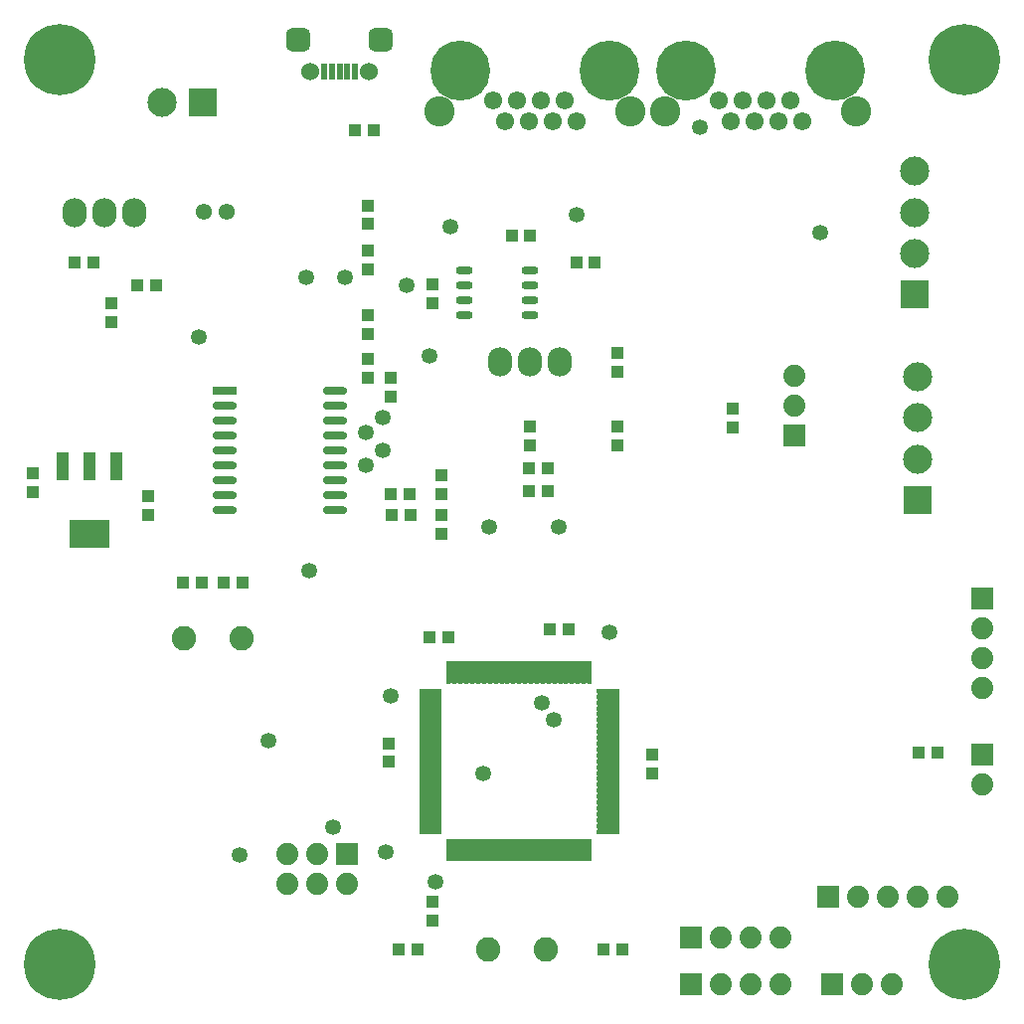
<source format=gts>
G04 Layer_Color=8388736*
%FSLAX25Y25*%
%MOIN*%
G70*
G01*
G75*
%ADD46R,0.48819X0.07449*%
%ADD47R,0.07528X0.48858*%
%ADD48R,0.48898X0.07449*%
%ADD49R,0.07531X0.48819*%
%ADD50R,0.04252X0.03858*%
%ADD51R,0.04055X0.09764*%
%ADD52R,0.13307X0.09764*%
%ADD53R,0.03858X0.04252*%
%ADD54O,0.07402X0.01496*%
%ADD55O,0.01496X0.07402*%
%ADD56O,0.05630X0.02874*%
%ADD57O,0.08189X0.02677*%
%ADD58R,0.08189X0.02677*%
%ADD59R,0.01890X0.05630*%
%ADD60C,0.07402*%
%ADD61R,0.07402X0.07402*%
%ADD62C,0.08189*%
%ADD63R,0.07402X0.07402*%
%ADD64C,0.23937*%
%ADD65O,0.08189X0.09764*%
%ADD66C,0.05433*%
%ADD67C,0.06024*%
G04:AMPARAMS|DCode=68|XSize=81.89mil|YSize=77.95mil|CornerRadius=20.28mil|HoleSize=0mil|Usage=FLASHONLY|Rotation=0.000|XOffset=0mil|YOffset=0mil|HoleType=Round|Shape=RoundedRectangle|*
%AMROUNDEDRECTD68*
21,1,0.08189,0.03740,0,0,0.0*
21,1,0.04134,0.07795,0,0,0.0*
1,1,0.04055,0.02067,-0.01870*
1,1,0.04055,-0.02067,-0.01870*
1,1,0.04055,-0.02067,0.01870*
1,1,0.04055,0.02067,0.01870*
%
%ADD68ROUNDEDRECTD68*%
%ADD69C,0.09764*%
%ADD70R,0.09764X0.09764*%
%ADD71C,0.10157*%
%ADD72C,0.20118*%
%ADD73C,0.06102*%
%ADD74R,0.09764X0.09764*%
%ADD75C,0.05315*%
D46*
X169650Y113449D02*
D03*
D47*
X199465Y83653D02*
D03*
D48*
X169610Y53937D02*
D03*
D49*
X139994Y83713D02*
D03*
D50*
X6693Y180217D02*
D03*
Y173917D02*
D03*
X32972Y237303D02*
D03*
Y231004D02*
D03*
X140748Y30315D02*
D03*
Y36614D02*
D03*
X241142Y195472D02*
D03*
Y201772D02*
D03*
X119095Y233268D02*
D03*
Y226969D02*
D03*
Y248622D02*
D03*
Y254921D02*
D03*
X202756Y189764D02*
D03*
Y196063D02*
D03*
Y220669D02*
D03*
Y214370D02*
D03*
X173228Y196063D02*
D03*
Y189764D02*
D03*
X140748Y243504D02*
D03*
Y237205D02*
D03*
X125984Y83465D02*
D03*
Y89764D02*
D03*
X214173Y86024D02*
D03*
Y79724D02*
D03*
X45276Y172638D02*
D03*
Y166339D02*
D03*
X126575Y205906D02*
D03*
Y212205D02*
D03*
X119095Y263779D02*
D03*
Y270079D02*
D03*
Y218504D02*
D03*
Y212205D02*
D03*
X143701Y179528D02*
D03*
Y173228D02*
D03*
Y160039D02*
D03*
Y166339D02*
D03*
D51*
X34646Y182677D02*
D03*
X25591D02*
D03*
X16535D02*
D03*
D52*
X25591Y159843D02*
D03*
D53*
X41732Y243110D02*
D03*
X48031D02*
D03*
X129161Y20516D02*
D03*
X135461D02*
D03*
X197961D02*
D03*
X204260D02*
D03*
X126969Y166339D02*
D03*
X133268D02*
D03*
X126575Y173228D02*
D03*
X132874D02*
D03*
X173425Y259842D02*
D03*
X167126D02*
D03*
X173031Y182087D02*
D03*
X179331D02*
D03*
X173031Y174213D02*
D03*
X179331D02*
D03*
X139764Y125394D02*
D03*
X146063D02*
D03*
X179921Y127953D02*
D03*
X186221D02*
D03*
X121063Y295276D02*
D03*
X114764D02*
D03*
X26772Y250984D02*
D03*
X20472D02*
D03*
X188779D02*
D03*
X195079D02*
D03*
X70472Y143701D02*
D03*
X76772D02*
D03*
X63386D02*
D03*
X57087D02*
D03*
X303740Y86614D02*
D03*
X310039D02*
D03*
D54*
X139961Y107323D02*
D03*
Y105354D02*
D03*
Y103386D02*
D03*
Y101417D02*
D03*
Y99449D02*
D03*
Y97480D02*
D03*
Y95512D02*
D03*
Y93543D02*
D03*
Y91575D02*
D03*
Y89606D02*
D03*
Y87638D02*
D03*
Y85669D02*
D03*
Y83701D02*
D03*
Y81732D02*
D03*
Y79764D02*
D03*
Y77795D02*
D03*
Y75827D02*
D03*
Y73858D02*
D03*
Y71890D02*
D03*
Y69921D02*
D03*
Y67953D02*
D03*
Y65984D02*
D03*
Y64016D02*
D03*
Y62047D02*
D03*
Y60079D02*
D03*
X199409D02*
D03*
Y62047D02*
D03*
Y64016D02*
D03*
Y65984D02*
D03*
Y67953D02*
D03*
Y69921D02*
D03*
Y71890D02*
D03*
Y73858D02*
D03*
Y75827D02*
D03*
Y77795D02*
D03*
Y79764D02*
D03*
Y81732D02*
D03*
Y83701D02*
D03*
Y85669D02*
D03*
Y87638D02*
D03*
Y89606D02*
D03*
Y91575D02*
D03*
Y93543D02*
D03*
Y95512D02*
D03*
Y97480D02*
D03*
Y99449D02*
D03*
Y101417D02*
D03*
Y103386D02*
D03*
Y105354D02*
D03*
Y107323D02*
D03*
D55*
X146063Y53976D02*
D03*
X148031D02*
D03*
X150000D02*
D03*
X151969D02*
D03*
X153937D02*
D03*
X155905D02*
D03*
X157874D02*
D03*
X159843D02*
D03*
X161811D02*
D03*
X163779D02*
D03*
X165748D02*
D03*
X167717D02*
D03*
X169685D02*
D03*
X171653D02*
D03*
X173622D02*
D03*
X175591D02*
D03*
X177559D02*
D03*
X179528D02*
D03*
X181496D02*
D03*
X183465D02*
D03*
X185433D02*
D03*
X187402D02*
D03*
X189370D02*
D03*
X191339D02*
D03*
X193307D02*
D03*
Y113425D02*
D03*
X191339D02*
D03*
X189370D02*
D03*
X187402D02*
D03*
X185433D02*
D03*
X183465D02*
D03*
X181496D02*
D03*
X179528D02*
D03*
X177559D02*
D03*
X175591D02*
D03*
X173622D02*
D03*
X171653D02*
D03*
X169685D02*
D03*
X167717D02*
D03*
X165748D02*
D03*
X163779D02*
D03*
X161811D02*
D03*
X159843D02*
D03*
X157874D02*
D03*
X155905D02*
D03*
X153937D02*
D03*
X151969D02*
D03*
X150000D02*
D03*
X148031D02*
D03*
X146063D02*
D03*
D56*
X173228Y233189D02*
D03*
Y238189D02*
D03*
Y243189D02*
D03*
Y248189D02*
D03*
X151378Y233189D02*
D03*
Y238189D02*
D03*
Y243189D02*
D03*
Y248189D02*
D03*
D57*
X108071Y167992D02*
D03*
Y172992D02*
D03*
Y177992D02*
D03*
Y182992D02*
D03*
Y187992D02*
D03*
Y192992D02*
D03*
Y197992D02*
D03*
Y202992D02*
D03*
Y207992D02*
D03*
X71063Y167992D02*
D03*
Y172992D02*
D03*
Y177992D02*
D03*
Y182992D02*
D03*
Y187992D02*
D03*
Y192992D02*
D03*
Y197992D02*
D03*
Y202992D02*
D03*
D58*
Y207992D02*
D03*
D59*
X114567Y314961D02*
D03*
X112008D02*
D03*
X109449D02*
D03*
X106890D02*
D03*
X104331D02*
D03*
D60*
X313307Y38386D02*
D03*
X303307D02*
D03*
X293307D02*
D03*
X283307D02*
D03*
X237205Y8858D02*
D03*
X247205D02*
D03*
X257205D02*
D03*
X237205Y24606D02*
D03*
X247205D02*
D03*
X257205D02*
D03*
X261811Y202913D02*
D03*
Y212913D02*
D03*
X91969Y42441D02*
D03*
Y52441D02*
D03*
X101969Y42441D02*
D03*
X111969D02*
D03*
X101969Y52441D02*
D03*
X324803Y75787D02*
D03*
Y128110D02*
D03*
Y118110D02*
D03*
Y108110D02*
D03*
X294449Y8858D02*
D03*
X284449D02*
D03*
D61*
X273307Y38386D02*
D03*
X227205Y8858D02*
D03*
Y24606D02*
D03*
X111969Y52441D02*
D03*
X274449Y8858D02*
D03*
D62*
X159354Y20516D02*
D03*
X178567D02*
D03*
X57323Y125000D02*
D03*
X76535D02*
D03*
D63*
X261811Y192913D02*
D03*
X324803Y85787D02*
D03*
Y138110D02*
D03*
D64*
X15748Y318898D02*
D03*
Y15748D02*
D03*
X318898D02*
D03*
Y318898D02*
D03*
D65*
X163228Y217520D02*
D03*
X173228D02*
D03*
X183228D02*
D03*
X40512Y267717D02*
D03*
X30512D02*
D03*
X20512D02*
D03*
D66*
X63779Y267815D02*
D03*
X71653D02*
D03*
D67*
X119291Y314961D02*
D03*
X99606D02*
D03*
D68*
X123228Y325590D02*
D03*
X95669D02*
D03*
D69*
X302165Y281496D02*
D03*
Y267717D02*
D03*
Y253937D02*
D03*
X49868Y304644D02*
D03*
X303150Y212598D02*
D03*
Y198819D02*
D03*
Y185039D02*
D03*
D70*
X302165Y240158D02*
D03*
X303150Y171260D02*
D03*
D71*
X282756Y301732D02*
D03*
X218740D02*
D03*
X142953D02*
D03*
X206968D02*
D03*
D72*
X225748Y315236D02*
D03*
X275748D02*
D03*
X199961D02*
D03*
X149961D02*
D03*
D73*
X264764Y298228D02*
D03*
X260748Y305236D02*
D03*
X256732Y298228D02*
D03*
X252716Y305236D02*
D03*
X248701Y298228D02*
D03*
X244685Y305236D02*
D03*
X240669Y298228D02*
D03*
X236653Y305236D02*
D03*
X160866D02*
D03*
X164882Y298228D02*
D03*
X168898Y305236D02*
D03*
X172913Y298228D02*
D03*
X176929Y305236D02*
D03*
X180945Y298228D02*
D03*
X184961Y305236D02*
D03*
X188976Y298228D02*
D03*
D74*
X63648Y304644D02*
D03*
D75*
X177165Y103347D02*
D03*
X181102Y97441D02*
D03*
X270669Y260827D02*
D03*
X146653Y262795D02*
D03*
X99410Y147638D02*
D03*
X159449Y162402D02*
D03*
X183071D02*
D03*
X125000Y53150D02*
D03*
X85630Y90551D02*
D03*
X124016Y198819D02*
D03*
X118110Y183071D02*
D03*
X124016Y187992D02*
D03*
X118110Y193898D02*
D03*
X230315Y296260D02*
D03*
X75787Y52165D02*
D03*
X141732Y43307D02*
D03*
X199803Y126969D02*
D03*
X111221Y246063D02*
D03*
X98425D02*
D03*
X131890Y243110D02*
D03*
X188779Y266929D02*
D03*
X107169Y61709D02*
D03*
X139665Y219587D02*
D03*
X62402Y226083D02*
D03*
X126673Y105610D02*
D03*
X157441Y79764D02*
D03*
M02*

</source>
